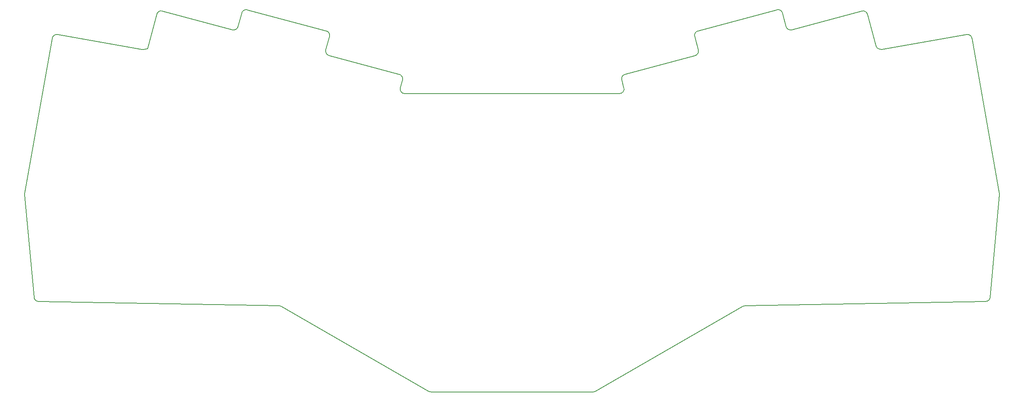
<source format=gm1>
G04 #@! TF.GenerationSoftware,KiCad,Pcbnew,7.0.1*
G04 #@! TF.CreationDate,2023-05-13T12:57:32+02:00*
G04 #@! TF.ProjectId,tutorial,7475746f-7269-4616-9c2e-6b696361645f,v1.0.0*
G04 #@! TF.SameCoordinates,Original*
G04 #@! TF.FileFunction,Profile,NP*
%FSLAX46Y46*%
G04 Gerber Fmt 4.6, Leading zero omitted, Abs format (unit mm)*
G04 Created by KiCad (PCBNEW 7.0.1) date 2023-05-13 12:57:32*
%MOMM*%
%LPD*%
G01*
G04 APERTURE LIST*
G04 #@! TA.AperFunction,Profile*
%ADD10C,0.150000*%
G04 #@! TD*
G04 APERTURE END LIST*
D10*
X286272812Y-81779961D02*
G75*
G03*
X287083383Y-82509012I965888J258761D01*
G01*
X266497842Y-77525685D02*
G75*
G03*
X267722640Y-78232770I965958J258885D01*
G01*
X147868345Y-73824161D02*
G75*
G03*
X146643573Y-74531285I-258945J-965739D01*
G01*
X231017463Y-88067926D02*
G75*
G03*
X230310372Y-89292636I258937J-965974D01*
G01*
X313478953Y-114694267D02*
X311426430Y-137290945D01*
X181553149Y-91067817D02*
G75*
G03*
X182519059Y-92326615I965951J-258783D01*
G01*
X144616499Y-78232737D02*
G75*
G03*
X145841222Y-77525658I258801J965937D01*
G01*
X306254853Y-79282059D02*
X287543488Y-82581370D01*
X98871250Y-114430145D02*
X104925794Y-80093186D01*
X256907453Y-139298756D02*
X224393840Y-158070718D01*
X146643572Y-74531285D02*
X145841222Y-77525658D01*
X182028795Y-89292651D02*
G75*
G03*
X181321671Y-88067884I-965895J258851D01*
G01*
X307413331Y-80093198D02*
G75*
G03*
X306254853Y-79282060I-984831J-173702D01*
G01*
X223893791Y-158204692D02*
X188445330Y-158204700D01*
X181321671Y-88067884D02*
X165866873Y-83926808D01*
X124631374Y-82552415D02*
X106084272Y-79282056D01*
X246377038Y-79707698D02*
X247179377Y-82702052D01*
X283177456Y-74091652D02*
X267722640Y-78232770D01*
X287083383Y-82509013D02*
X287543488Y-82581370D01*
X154949849Y-139164925D02*
X101890437Y-138200304D01*
X313478940Y-114694266D02*
G75*
G03*
X313467854Y-114430166I-996240J90466D01*
G01*
X223893791Y-158204717D02*
G75*
G03*
X224393840Y-158070718I109J999617D01*
G01*
X182519059Y-92326615D02*
X229820088Y-92326635D01*
X165962168Y-79707719D02*
G75*
G03*
X165255004Y-78482928I-965968J258819D01*
G01*
X129161681Y-74091635D02*
G75*
G03*
X127936951Y-74798759I-258781J-965965D01*
G01*
X230310372Y-89292636D02*
X230786003Y-91067806D01*
X100912710Y-137290934D02*
G75*
G03*
X101890438Y-138200329I995990J90534D01*
G01*
X187945333Y-158070687D02*
G75*
G03*
X188445330Y-158204700I500067J865987D01*
G01*
X100912719Y-137290933D02*
X98860190Y-114694265D01*
X229820088Y-92326571D02*
G75*
G03*
X230786003Y-91067806I12J999971D01*
G01*
X165159774Y-82702043D02*
G75*
G03*
X165866877Y-83926782I966026J-258757D01*
G01*
X124631376Y-82552405D02*
G75*
G03*
X124960343Y-82555452I173624J985205D01*
G01*
X284402184Y-74798782D02*
X286272807Y-81779962D01*
X247084118Y-78482834D02*
G75*
G03*
X246377038Y-79707698I258882J-965966D01*
G01*
X257389300Y-139164918D02*
G75*
G03*
X256907453Y-139298756I18300J-1000182D01*
G01*
X155431684Y-139298758D02*
G75*
G03*
X154949849Y-139164926I-499884J-865442D01*
G01*
X265695516Y-74531289D02*
G75*
G03*
X264470805Y-73824180I-965916J-258811D01*
G01*
X125898052Y-82408018D02*
X127936951Y-74798759D01*
X181553123Y-91067810D02*
X182028780Y-89292647D01*
X266497913Y-77525666D02*
X265695551Y-74531280D01*
X310448700Y-138200317D02*
X257389300Y-139164937D01*
X106084287Y-79281972D02*
G75*
G03*
X104925794Y-80093186I-173587J-984928D01*
G01*
X124960343Y-82555453D02*
X125898052Y-82408018D01*
X187945324Y-158070703D02*
X155431686Y-139298755D01*
X98871238Y-114430143D02*
G75*
G03*
X98860190Y-114694265I986562J-173557D01*
G01*
X284402113Y-74798801D02*
G75*
G03*
X283177456Y-74091653I-965813J-258599D01*
G01*
X165255004Y-78482927D02*
X147868336Y-73824196D01*
X307413344Y-80093196D02*
X313467855Y-114430166D01*
X246472275Y-83926869D02*
G75*
G03*
X247179376Y-82702052I-258875J965969D01*
G01*
X310448700Y-138200343D02*
G75*
G03*
X311426410Y-137290949I-18200J999843D01*
G01*
X246472255Y-83926796D02*
X231017458Y-88067906D01*
X144616493Y-78232761D02*
X129161673Y-74091664D01*
X264470796Y-73824192D02*
X247084142Y-78482925D01*
X165159760Y-82702039D02*
X165962083Y-79707696D01*
M02*

</source>
